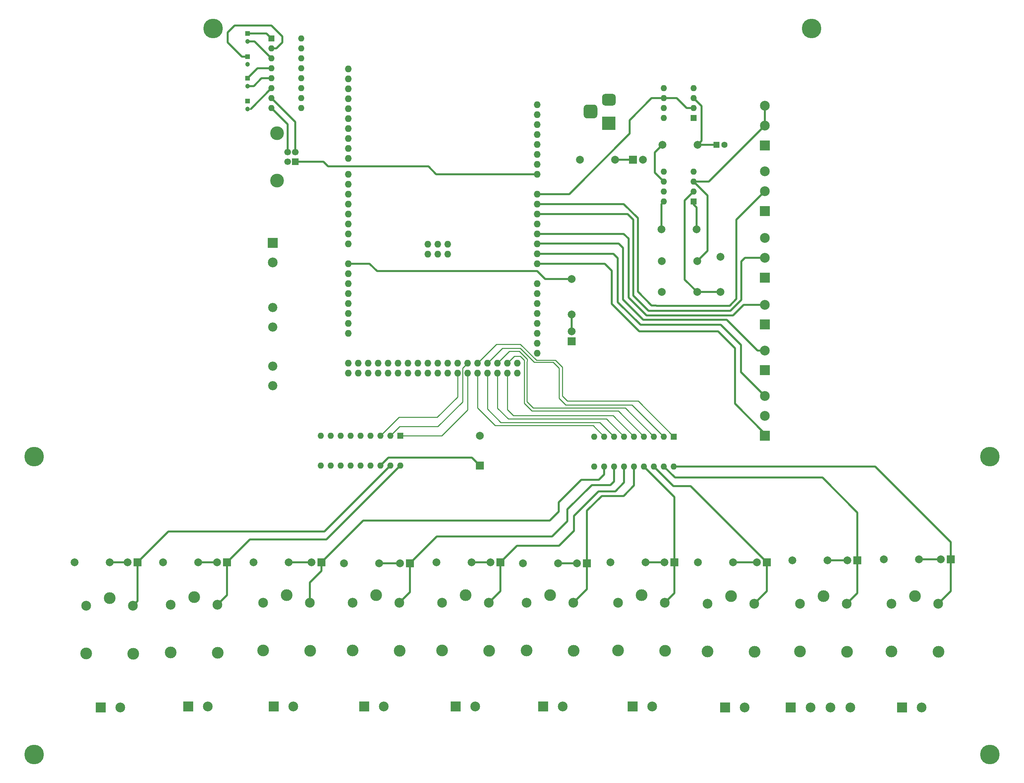
<source format=gbr>
%TF.GenerationSoftware,KiCad,Pcbnew,5.1.10-88a1d61d58~90~ubuntu20.04.1*%
%TF.CreationDate,2022-04-26T09:50:21-05:00*%
%TF.ProjectId,Autoclave_2.0,4175746f-636c-4617-9665-5f322e302e6b,rev?*%
%TF.SameCoordinates,Original*%
%TF.FileFunction,Copper,L1,Top*%
%TF.FilePolarity,Positive*%
%FSLAX46Y46*%
G04 Gerber Fmt 4.6, Leading zero omitted, Abs format (unit mm)*
G04 Created by KiCad (PCBNEW 5.1.10-88a1d61d58~90~ubuntu20.04.1) date 2022-04-26 09:50:21*
%MOMM*%
%LPD*%
G01*
G04 APERTURE LIST*
%TA.AperFunction,ComponentPad*%
%ADD10C,5.000000*%
%TD*%
%TA.AperFunction,ComponentPad*%
%ADD11O,1.727200X1.727200*%
%TD*%
%TA.AperFunction,ComponentPad*%
%ADD12R,3.500000X3.500000*%
%TD*%
%TA.AperFunction,ComponentPad*%
%ADD13R,2.500000X2.500000*%
%TD*%
%TA.AperFunction,ComponentPad*%
%ADD14C,2.500000*%
%TD*%
%TA.AperFunction,ComponentPad*%
%ADD15C,3.000000*%
%TD*%
%TA.AperFunction,ComponentPad*%
%ADD16C,2.000000*%
%TD*%
%TA.AperFunction,ComponentPad*%
%ADD17R,2.000000X2.000000*%
%TD*%
%TA.AperFunction,ComponentPad*%
%ADD18R,1.200000X1.200000*%
%TD*%
%TA.AperFunction,ComponentPad*%
%ADD19C,1.200000*%
%TD*%
%TA.AperFunction,ComponentPad*%
%ADD20C,1.600000*%
%TD*%
%TA.AperFunction,ComponentPad*%
%ADD21R,1.600000X1.600000*%
%TD*%
%TA.AperFunction,ComponentPad*%
%ADD22C,2.350000*%
%TD*%
%TA.AperFunction,ComponentPad*%
%ADD23C,3.500000*%
%TD*%
%TA.AperFunction,ComponentPad*%
%ADD24C,1.700000*%
%TD*%
%TA.AperFunction,ComponentPad*%
%ADD25R,1.700000X1.700000*%
%TD*%
%TA.AperFunction,ComponentPad*%
%ADD26O,1.600000X1.600000*%
%TD*%
%TA.AperFunction,Conductor*%
%ADD27C,0.500000*%
%TD*%
%TA.AperFunction,Conductor*%
%ADD28C,0.250000*%
%TD*%
G04 APERTURE END LIST*
D10*
%TO.P,REF\u002A\u002A,1*%
%TO.N,N/C*%
X272796000Y-89484200D03*
%TD*%
%TO.P,REF\u002A\u002A,1*%
%TO.N,N/C*%
X272796000Y-165658800D03*
%TD*%
D11*
%TO.P,XA1,MISO*%
%TO.N,Net-(XA1-PadMISO)*%
X129159000Y-35255200D03*
%TO.P,XA1,GND6*%
%TO.N,GND*%
X152019000Y-68148200D03*
%TO.P,XA1,GND5*%
X152019000Y-65608200D03*
%TO.P,XA1,D53*%
%TO.N,Net-(Q1-Pad5)*%
X149479000Y-68148200D03*
%TO.P,XA1,D52*%
%TO.N,Net-(Q1-Pad4)*%
X149479000Y-65608200D03*
%TO.P,XA1,D51*%
%TO.N,Net-(Q1-Pad6)*%
X146939000Y-68148200D03*
%TO.P,XA1,D50*%
%TO.N,Net-(Q1-Pad3)*%
X146939000Y-65608200D03*
%TO.P,XA1,D49*%
%TO.N,Net-(Q1-Pad7)*%
X144399000Y-68148200D03*
%TO.P,XA1,D48*%
%TO.N,Net-(Q1-Pad2)*%
X144399000Y-65608200D03*
%TO.P,XA1,D47*%
%TO.N,Net-(Q1-Pad8)*%
X141859000Y-68148200D03*
%TO.P,XA1,D46*%
%TO.N,Net-(Q1-Pad1)*%
X141859000Y-65608200D03*
%TO.P,XA1,D45*%
%TO.N,Net-(Q2-Pad1)*%
X139319000Y-68148200D03*
%TO.P,XA1,D44*%
%TO.N,Net-(Q2-Pad2)*%
X139319000Y-65608200D03*
%TO.P,XA1,D43*%
%TO.N,Net-(Q2-Pad3)*%
X136779000Y-68148200D03*
%TO.P,XA1,D42*%
%TO.N,Net-(XA1-PadD42)*%
X136779000Y-65608200D03*
%TO.P,XA1,D41*%
%TO.N,Net-(XA1-PadD41)*%
X134239000Y-68148200D03*
%TO.P,XA1,D40*%
%TO.N,Net-(XA1-PadD40)*%
X134239000Y-65608200D03*
%TO.P,XA1,D39*%
%TO.N,Net-(XA1-PadD39)*%
X131699000Y-68148200D03*
%TO.P,XA1,D38*%
%TO.N,Net-(XA1-PadD38)*%
X131699000Y-65608200D03*
%TO.P,XA1,D37*%
%TO.N,Net-(XA1-PadD37)*%
X129159000Y-68148200D03*
%TO.P,XA1,D36*%
%TO.N,Net-(XA1-PadD36)*%
X129159000Y-65608200D03*
%TO.P,XA1,D35*%
%TO.N,Net-(XA1-PadD35)*%
X126619000Y-68148200D03*
%TO.P,XA1,D34*%
%TO.N,Net-(XA1-PadD34)*%
X126619000Y-65608200D03*
%TO.P,XA1,D33*%
%TO.N,Net-(XA1-PadD33)*%
X124079000Y-68148200D03*
%TO.P,XA1,D32*%
%TO.N,Net-(XA1-PadD32)*%
X124079000Y-65608200D03*
%TO.P,XA1,D31*%
%TO.N,Net-(XA1-PadD31)*%
X121539000Y-68148200D03*
%TO.P,XA1,D30*%
%TO.N,Net-(XA1-PadD30)*%
X121539000Y-65608200D03*
%TO.P,XA1,D29*%
%TO.N,Net-(XA1-PadD29)*%
X118999000Y-68148200D03*
%TO.P,XA1,D28*%
%TO.N,Net-(XA1-PadD28)*%
X118999000Y-65608200D03*
%TO.P,XA1,D27*%
%TO.N,Net-(XA1-PadD27)*%
X116459000Y-68148200D03*
%TO.P,XA1,D26*%
%TO.N,Net-(XA1-PadD26)*%
X116459000Y-65608200D03*
%TO.P,XA1,D25*%
%TO.N,Net-(XA1-PadD25)*%
X113919000Y-68148200D03*
%TO.P,XA1,D24*%
%TO.N,Net-(XA1-PadD24)*%
X113919000Y-65608200D03*
%TO.P,XA1,D23*%
%TO.N,Net-(XA1-PadD23)*%
X111379000Y-68148200D03*
%TO.P,XA1,D22*%
%TO.N,Net-(XA1-PadD22)*%
X111379000Y-65608200D03*
%TO.P,XA1,5V4*%
%TO.N,+5V*%
X108839000Y-68148200D03*
%TO.P,XA1,5V3*%
X108839000Y-65608200D03*
%TO.P,XA1,A15*%
%TO.N,Net-(XA1-PadA15)*%
X157099000Y-63068200D03*
%TO.P,XA1,A14*%
%TO.N,Net-(XA1-PadA14)*%
X157099000Y-60528200D03*
%TO.P,XA1,A13*%
%TO.N,Net-(XA1-PadA13)*%
X157099000Y-57988200D03*
%TO.P,XA1,A12*%
%TO.N,Net-(XA1-PadA12)*%
X157099000Y-55448200D03*
%TO.P,XA1,A11*%
%TO.N,Net-(XA1-PadA11)*%
X157099000Y-52908200D03*
%TO.P,XA1,A10*%
%TO.N,Net-(XA1-PadA10)*%
X157099000Y-50368200D03*
%TO.P,XA1,A9*%
%TO.N,Net-(XA1-PadA9)*%
X157099000Y-47828200D03*
%TO.P,XA1,A8*%
%TO.N,Net-(XA1-PadA8)*%
X157099000Y-45288200D03*
%TO.P,XA1,A7*%
%TO.N,Net-(Nivel1-Pad1)*%
X157099000Y-40208200D03*
%TO.P,XA1,A6*%
%TO.N,Net-(Nivel1-Pad3)*%
X157099000Y-37668200D03*
%TO.P,XA1,A5*%
%TO.N,Net-(Blanca1-Pad2)*%
X157099000Y-35128200D03*
%TO.P,XA1,A4*%
%TO.N,Net-(Gris1-Pad2)*%
X157099000Y-32588200D03*
%TO.P,XA1,A3*%
%TO.N,Net-(XA1-PadA3)*%
X157099000Y-30048200D03*
%TO.P,XA1,A2*%
%TO.N,Net-(P_EX1-Pad2)*%
X157099000Y-27508200D03*
%TO.P,XA1,A1*%
%TO.N,Net-(P_IN1-Pad2)*%
X157099000Y-24968200D03*
%TO.P,XA1,*%
%TO.N,*%
X157099000Y431800D03*
%TO.P,XA1,D11*%
%TO.N,Net-(XA1-PadD11)*%
X108839000Y-5664200D03*
%TO.P,XA1,D12*%
%TO.N,Net-(XA1-PadD12)*%
X108839000Y-3124200D03*
%TO.P,XA1,D13*%
%TO.N,Net-(XA1-PadD13)*%
X108839000Y-584200D03*
%TO.P,XA1,AREF*%
%TO.N,Net-(XA1-PadAREF)*%
X108839000Y4495800D03*
%TO.P,XA1,SDA*%
%TO.N,Net-(XA1-PadSDA)*%
X108839000Y7035800D03*
%TO.P,XA1,SCL*%
%TO.N,Net-(XA1-PadSCL)*%
X108839000Y9575800D03*
%TO.P,XA1,D10*%
%TO.N,Net-(XA1-PadD10)*%
X108839000Y-8204200D03*
%TO.P,XA1,D9*%
%TO.N,Net-(XA1-PadD9)*%
X108839000Y-10744200D03*
%TO.P,XA1,D8*%
%TO.N,Net-(XA1-PadD8)*%
X108839000Y-13284200D03*
%TO.P,XA1,GND1*%
%TO.N,GND*%
X108839000Y1955800D03*
%TO.P,XA1,D7*%
%TO.N,Net-(XA1-PadD7)*%
X108839000Y-17348200D03*
%TO.P,XA1,D6*%
%TO.N,Net-(XA1-PadD6)*%
X108839000Y-19888200D03*
%TO.P,XA1,D5*%
%TO.N,Net-(XA1-PadD5)*%
X108839000Y-22428200D03*
%TO.P,XA1,D4*%
%TO.N,Net-(XA1-PadD4)*%
X108839000Y-24968200D03*
%TO.P,XA1,D3*%
%TO.N,Net-(XA1-PadD3)*%
X108839000Y-27508200D03*
%TO.P,XA1,D2*%
%TO.N,Net-(XA1-PadD2)*%
X108839000Y-30048200D03*
%TO.P,XA1,D1*%
%TO.N,Net-(XA1-PadD1)*%
X108839000Y-32588200D03*
%TO.P,XA1,D0*%
%TO.N,Net-(XA1-PadD0)*%
X108839000Y-35128200D03*
%TO.P,XA1,D14*%
%TO.N,Net-(R12-Pad2)*%
X108839000Y-40208200D03*
%TO.P,XA1,D15*%
%TO.N,Net-(XA1-PadD15)*%
X108839000Y-42748200D03*
%TO.P,XA1,D16*%
%TO.N,Net-(XA1-PadD16)*%
X108839000Y-45288200D03*
%TO.P,XA1,D17*%
%TO.N,Net-(XA1-PadD17)*%
X108839000Y-47828200D03*
%TO.P,XA1,D18*%
%TO.N,Net-(U3-Pad10)*%
X108839000Y-50368200D03*
%TO.P,XA1,D19*%
%TO.N,Net-(U3-Pad9)*%
X108839000Y-52908200D03*
%TO.P,XA1,D20*%
%TO.N,Net-(XA1-PadD20)*%
X108839000Y-55448200D03*
%TO.P,XA1,D21*%
%TO.N,Net-(XA1-PadD21)*%
X108839000Y-57988200D03*
%TO.P,XA1,IORF*%
%TO.N,Net-(XA1-PadIORF)*%
X157099000Y-2108200D03*
%TO.P,XA1,RST1*%
%TO.N,Net-(XA1-PadRST1)*%
X157099000Y-4648200D03*
%TO.P,XA1,3V3*%
%TO.N,Net-(XA1-Pad3V3)*%
X157099000Y-7188200D03*
%TO.P,XA1,5V1*%
%TO.N,+5V*%
X157099000Y-9728200D03*
%TO.P,XA1,GND2*%
%TO.N,GND*%
X157099000Y-12268200D03*
%TO.P,XA1,GND3*%
X157099000Y-14808200D03*
%TO.P,XA1,VIN*%
%TO.N,+12V*%
X157099000Y-17348200D03*
%TO.P,XA1,A0*%
%TO.N,Net-(U2-Pad2)*%
X157099000Y-22428200D03*
%TO.P,XA1,5V2*%
%TO.N,Net-(XA1-Pad5V2)*%
X129159000Y-37795200D03*
%TO.P,XA1,SCK*%
%TO.N,Net-(XA1-PadSCK)*%
X131699000Y-35255200D03*
%TO.P,XA1,MOSI*%
%TO.N,Net-(XA1-PadMOSI)*%
X131699000Y-37795200D03*
%TO.P,XA1,GND4*%
%TO.N,Net-(XA1-PadGND4)*%
X134239000Y-37795200D03*
%TO.P,XA1,RST2*%
%TO.N,Net-(XA1-PadRST2)*%
X134239000Y-35255200D03*
%TD*%
D10*
%TO.P,REF\u002A\u002A,1*%
%TO.N,N/C*%
X28600400Y-89484200D03*
%TD*%
%TO.P,REF\u002A\u002A,1*%
%TO.N,N/C*%
X28600400Y-165658800D03*
%TD*%
%TO.P,REF\u002A\u002A,1*%
%TO.N,N/C*%
X74320400Y19837400D03*
%TD*%
%TO.P,REF\u002A\u002A,1*%
%TO.N,N/C*%
X227228400Y19888200D03*
%TD*%
D12*
%TO.P,J4,1*%
%TO.N,GND*%
X175437800Y-4343400D03*
%TO.P,J4,2*%
%TO.N,-12V*%
%TA.AperFunction,ComponentPad*%
G36*
G01*
X174437800Y3156600D02*
X176437800Y3156600D01*
G75*
G02*
X177187800Y2406600I0J-750000D01*
G01*
X177187800Y906600D01*
G75*
G02*
X176437800Y156600I-750000J0D01*
G01*
X174437800Y156600D01*
G75*
G02*
X173687800Y906600I0J750000D01*
G01*
X173687800Y2406600D01*
G75*
G02*
X174437800Y3156600I750000J0D01*
G01*
G37*
%TD.AperFunction*%
%TO.P,J4,3*%
%TO.N,N/C*%
%TA.AperFunction,ComponentPad*%
G36*
G01*
X169862800Y406600D02*
X171612800Y406600D01*
G75*
G02*
X172487800Y-468400I0J-875000D01*
G01*
X172487800Y-2218400D01*
G75*
G02*
X171612800Y-3093400I-875000J0D01*
G01*
X169862800Y-3093400D01*
G75*
G02*
X168987800Y-2218400I0J875000D01*
G01*
X168987800Y-468400D01*
G75*
G02*
X169862800Y406600I875000J0D01*
G01*
G37*
%TD.AperFunction*%
%TD*%
D13*
%TO.P,Blanca1,1*%
%TO.N,GND*%
X215290400Y-67437000D03*
D14*
%TO.P,Blanca1,2*%
%TO.N,Net-(Blanca1-Pad2)*%
X215290400Y-62437000D03*
%TD*%
D13*
%TO.P,T_EX1,1*%
%TO.N,GND*%
X215290400Y-10033000D03*
D14*
%TO.P,T_EX1,2*%
%TO.N,Net-(R1.2-Pad2)*%
X215290400Y-4953000D03*
%TO.P,T_EX1,3*%
X215290400Y127000D03*
%TD*%
D13*
%TO.P,P_IN1,1*%
%TO.N,GND*%
X215290400Y-26797000D03*
D14*
%TO.P,P_IN1,2*%
%TO.N,Net-(P_IN1-Pad2)*%
X215290400Y-21717000D03*
%TO.P,P_IN1,3*%
%TO.N,+12V*%
X215290400Y-16637000D03*
%TD*%
D13*
%TO.P,P_EX1,1*%
%TO.N,GND*%
X215290400Y-43815000D03*
D14*
%TO.P,P_EX1,2*%
%TO.N,Net-(P_EX1-Pad2)*%
X215290400Y-38735000D03*
%TO.P,P_EX1,3*%
%TO.N,+12V*%
X215290400Y-33655000D03*
%TD*%
D13*
%TO.P,Nivel1,1*%
%TO.N,Net-(Nivel1-Pad1)*%
X215290400Y-84201000D03*
D14*
%TO.P,Nivel1,2*%
%TO.N,GND*%
X215290400Y-79121000D03*
%TO.P,Nivel1,3*%
%TO.N,Net-(Nivel1-Pad3)*%
X215290400Y-74041000D03*
%TD*%
D13*
%TO.P,J12,1*%
%TO.N,Net-(ENA1-Pad3)*%
X45618400Y-153619200D03*
D14*
%TO.P,J12,2*%
%TO.N,NEUT*%
X50618400Y-153619200D03*
%TD*%
D13*
%TO.P,J11,1*%
%TO.N,Net-(J11-Pad1)*%
X67970400Y-153365200D03*
D14*
%TO.P,J11,2*%
%TO.N,NEUT*%
X72970400Y-153365200D03*
%TD*%
D13*
%TO.P,J10,1*%
%TO.N,Net-(ESL1-Pad3)*%
X250342400Y-153619200D03*
D14*
%TO.P,J10,2*%
%TO.N,NEUT*%
X255342400Y-153619200D03*
%TD*%
D13*
%TO.P,J9,1*%
%TO.N,Net-(ESR1-Pad3)*%
X89814400Y-153365200D03*
D14*
%TO.P,J9,2*%
%TO.N,NEUT*%
X94814400Y-153365200D03*
%TD*%
D13*
%TO.P,J8,1*%
%TO.N,Net-(EM1-Pad3)*%
X221894400Y-153619200D03*
D14*
%TO.P,J8,2*%
%TO.N,NEUT*%
X226974400Y-153619200D03*
%TO.P,J8,3*%
X232054400Y-153619200D03*
%TO.P,J8,4*%
%TO.N,Net-(EM1-Pad4)*%
X237134400Y-153619200D03*
%TD*%
D13*
%TO.P,J7,1*%
%TO.N,Net-(EST1-Pad3)*%
X112928400Y-153365200D03*
D14*
%TO.P,J7,2*%
%TO.N,NEUT*%
X117928400Y-153365200D03*
%TD*%
D13*
%TO.P,J6,1*%
%TO.N,Net-(CNT1-Pad3)*%
X205130400Y-153619200D03*
D14*
%TO.P,J6,2*%
%TO.N,NEUT*%
X210130400Y-153619200D03*
%TD*%
D13*
%TO.P,J5,1*%
%TO.N,Net-(BMB1-Pad3)*%
X136296400Y-153365200D03*
D14*
%TO.P,J5,2*%
%TO.N,NEUT*%
X141296400Y-153365200D03*
%TD*%
D13*
%TO.P,J3,1*%
%TO.N,Net-(J3-Pad1)*%
X181508400Y-153365200D03*
D14*
%TO.P,J3,2*%
%TO.N,NEUT*%
X186508400Y-153365200D03*
%TD*%
D13*
%TO.P,J2,1*%
%TO.N,Net-(J2-Pad1)*%
X158648400Y-153365200D03*
D14*
%TO.P,J2,2*%
%TO.N,NEUT*%
X163648400Y-153365200D03*
%TD*%
D13*
%TO.P,J1,1*%
%TO.N,Net-(F1-Pad1)*%
X89535000Y-34874200D03*
D14*
%TO.P,J1,2*%
%TO.N,NEUT*%
X89535000Y-39874200D03*
%TD*%
D13*
%TO.P,Gris1,1*%
%TO.N,GND*%
X215290400Y-55753000D03*
D14*
%TO.P,Gris1,2*%
%TO.N,Net-(Gris1-Pad2)*%
X215290400Y-50753000D03*
%TD*%
%TO.P,BMB1,2*%
%TO.N,+12V*%
X132786400Y-126867200D03*
D15*
%TO.P,BMB1,3*%
%TO.N,Net-(BMB1-Pad3)*%
X132786400Y-139067200D03*
%TO.P,BMB1,4*%
%TO.N,Net-(BMB1-Pad4)*%
X144836400Y-139117200D03*
D14*
%TO.P,BMB1,5*%
%TO.N,Net-(BMB1-Pad5)*%
X144786400Y-126867200D03*
D15*
%TO.P,BMB1,1*%
%TO.N,LINE*%
X138836400Y-124917200D03*
%TD*%
D16*
%TO.P,Buzzer1,2*%
%TO.N,+12V*%
X142494000Y-84195600D03*
D17*
%TO.P,Buzzer1,1*%
%TO.N,Net-(Buzzer1-Pad1)*%
X142494000Y-91795600D03*
%TD*%
D18*
%TO.P,C1,1*%
%TO.N,Net-(C1-Pad1)*%
X83134200Y7137400D03*
D19*
%TO.P,C1,2*%
%TO.N,Net-(C1-Pad2)*%
X83134200Y5137400D03*
%TD*%
%TO.P,C2,2*%
%TO.N,Net-(C2-Pad2)*%
X83134200Y-704600D03*
D18*
%TO.P,C2,1*%
%TO.N,GND*%
X83134200Y1295400D03*
%TD*%
%TO.P,C3,1*%
%TO.N,Net-(C3-Pad1)*%
X83134200Y12693400D03*
D19*
%TO.P,C3,2*%
%TO.N,GND*%
X83134200Y10693400D03*
%TD*%
%TO.P,C4,2*%
%TO.N,Net-(C4-Pad2)*%
X83134200Y16567400D03*
D18*
%TO.P,C4,1*%
%TO.N,Net-(C4-Pad1)*%
X83134200Y18567400D03*
%TD*%
D20*
%TO.P,Cf1,2*%
%TO.N,GND*%
X204946000Y-9880600D03*
D21*
%TO.P,Cf1,1*%
%TO.N,Net-(Cf1-Pad1)*%
X202946000Y-9880600D03*
%TD*%
D14*
%TO.P,CNT1,2*%
%TO.N,+12V*%
X200604400Y-127121200D03*
D15*
%TO.P,CNT1,3*%
%TO.N,Net-(CNT1-Pad3)*%
X200604400Y-139321200D03*
%TO.P,CNT1,4*%
%TO.N,Net-(CNT1-Pad4)*%
X212654400Y-139371200D03*
D14*
%TO.P,CNT1,5*%
%TO.N,Net-(CNT1-Pad5)*%
X212604400Y-127121200D03*
D15*
%TO.P,CNT1,1*%
%TO.N,LINE*%
X206654400Y-125171200D03*
%TD*%
D17*
%TO.P,D1,1*%
%TO.N,Net-(D1-Pad1)*%
X169824400Y-116789200D03*
D16*
%TO.P,D1,2*%
%TO.N,Net-(D1-Pad2)*%
X167284400Y-116789200D03*
%TD*%
%TO.P,D2,2*%
%TO.N,Net-(D2-Pad2)*%
X189636400Y-116535200D03*
D17*
%TO.P,D2,1*%
%TO.N,Net-(D2-Pad1)*%
X192176400Y-116535200D03*
%TD*%
D16*
%TO.P,D3,2*%
%TO.N,GND*%
X184150000Y-13690600D03*
D17*
%TO.P,D3,1*%
%TO.N,Net-(D3-Pad1)*%
X181610000Y-13690600D03*
%TD*%
%TO.P,D4,1*%
%TO.N,Net-(BMB1-Pad5)*%
X147726400Y-116535200D03*
D16*
%TO.P,D4,2*%
%TO.N,Net-(D4-Pad2)*%
X145186400Y-116535200D03*
%TD*%
%TO.P,D5,2*%
%TO.N,Net-(D5-Pad2)*%
X213258400Y-116535200D03*
D17*
%TO.P,D5,1*%
%TO.N,Net-(CNT1-Pad5)*%
X215798400Y-116535200D03*
%TD*%
%TO.P,D6,1*%
%TO.N,Net-(D6-Pad1)*%
X124612400Y-116789200D03*
D16*
%TO.P,D6,2*%
%TO.N,Net-(D6-Pad2)*%
X122072400Y-116789200D03*
%TD*%
%TO.P,D7,2*%
%TO.N,Net-(D7-Pad2)*%
X236372400Y-116027200D03*
D17*
%TO.P,D7,1*%
%TO.N,Net-(D7-Pad1)*%
X238912400Y-116027200D03*
%TD*%
%TO.P,D8,1*%
%TO.N,Net-(D8-Pad1)*%
X102006400Y-116535200D03*
D16*
%TO.P,D8,2*%
%TO.N,Net-(D8-Pad2)*%
X99466400Y-116535200D03*
%TD*%
%TO.P,D9,2*%
%TO.N,Net-(D9-Pad2)*%
X260248400Y-115773200D03*
D17*
%TO.P,D9,1*%
%TO.N,Net-(D9-Pad1)*%
X262788400Y-115773200D03*
%TD*%
%TO.P,D10,1*%
%TO.N,Net-(D10-Pad1)*%
X77876400Y-116535200D03*
D16*
%TO.P,D10,2*%
%TO.N,Net-(D10-Pad2)*%
X75336400Y-116535200D03*
%TD*%
%TO.P,D11,2*%
%TO.N,Net-(D11-Pad2)*%
X52476400Y-116535200D03*
D17*
%TO.P,D11,1*%
%TO.N,Net-(D11-Pad1)*%
X55016400Y-116535200D03*
%TD*%
%TO.P,D12,1*%
%TO.N,GND*%
X165912800Y-60020200D03*
D16*
%TO.P,D12,2*%
%TO.N,Net-(D12-Pad2)*%
X165912800Y-57480200D03*
%TD*%
D15*
%TO.P,EM1,1*%
%TO.N,LINE*%
X230276400Y-125171200D03*
D14*
%TO.P,EM1,5*%
%TO.N,Net-(D7-Pad1)*%
X236226400Y-127121200D03*
D15*
%TO.P,EM1,4*%
%TO.N,Net-(EM1-Pad4)*%
X236276400Y-139371200D03*
%TO.P,EM1,3*%
%TO.N,Net-(EM1-Pad3)*%
X224226400Y-139321200D03*
D14*
%TO.P,EM1,2*%
%TO.N,+12V*%
X224226400Y-127121200D03*
%TD*%
D15*
%TO.P,ENA1,1*%
%TO.N,LINE*%
X47904400Y-125679200D03*
D14*
%TO.P,ENA1,5*%
%TO.N,Net-(D11-Pad1)*%
X53854400Y-127629200D03*
D15*
%TO.P,ENA1,4*%
%TO.N,Net-(ENA1-Pad4)*%
X53904400Y-139879200D03*
%TO.P,ENA1,3*%
%TO.N,Net-(ENA1-Pad3)*%
X41854400Y-139829200D03*
D14*
%TO.P,ENA1,2*%
%TO.N,+12V*%
X41854400Y-127629200D03*
%TD*%
D15*
%TO.P,ESL1,1*%
%TO.N,LINE*%
X253644400Y-125171200D03*
D14*
%TO.P,ESL1,5*%
%TO.N,Net-(D9-Pad1)*%
X259594400Y-127121200D03*
D15*
%TO.P,ESL1,4*%
%TO.N,Net-(ESL1-Pad4)*%
X259644400Y-139371200D03*
%TO.P,ESL1,3*%
%TO.N,Net-(ESL1-Pad3)*%
X247594400Y-139321200D03*
D14*
%TO.P,ESL1,2*%
%TO.N,+12V*%
X247594400Y-127121200D03*
%TD*%
%TO.P,ESR1,2*%
%TO.N,+12V*%
X87066400Y-126867200D03*
D15*
%TO.P,ESR1,3*%
%TO.N,Net-(ESR1-Pad3)*%
X87066400Y-139067200D03*
%TO.P,ESR1,4*%
%TO.N,Net-(ESR1-Pad4)*%
X99116400Y-139117200D03*
D14*
%TO.P,ESR1,5*%
%TO.N,Net-(D8-Pad1)*%
X99066400Y-126867200D03*
D15*
%TO.P,ESR1,1*%
%TO.N,LINE*%
X93116400Y-124917200D03*
%TD*%
%TO.P,EST1,1*%
%TO.N,LINE*%
X115976400Y-124917200D03*
D14*
%TO.P,EST1,5*%
%TO.N,Net-(D6-Pad1)*%
X121926400Y-126867200D03*
D15*
%TO.P,EST1,4*%
%TO.N,Net-(EST1-Pad4)*%
X121976400Y-139117200D03*
%TO.P,EST1,3*%
%TO.N,Net-(EST1-Pad3)*%
X109926400Y-139067200D03*
D14*
%TO.P,EST1,2*%
%TO.N,+12V*%
X109926400Y-126867200D03*
%TD*%
D22*
%TO.P,F1,1*%
%TO.N,Net-(F1-Pad1)*%
X89535000Y-51384200D03*
X89535000Y-56384200D03*
%TO.P,F1,2*%
%TO.N,LINE*%
X89535000Y-71384200D03*
X89535000Y-66384200D03*
%TD*%
D23*
%TO.P,J13,5*%
%TO.N,Net-(J13-Pad5)*%
X90616200Y-6928600D03*
X90616200Y-18968600D03*
D24*
%TO.P,J13,4*%
%TO.N,GND*%
X93326200Y-14198600D03*
%TO.P,J13,3*%
%TO.N,Net-(J13-Pad3)*%
X93326200Y-11698600D03*
%TO.P,J13,2*%
%TO.N,Net-(J13-Pad2)*%
X95326200Y-11698600D03*
D25*
%TO.P,J13,1*%
%TO.N,+12V*%
X95326200Y-14198600D03*
%TD*%
D15*
%TO.P,MP1,1*%
%TO.N,LINE*%
X183794400Y-124917200D03*
D14*
%TO.P,MP1,5*%
%TO.N,Net-(D2-Pad1)*%
X189744400Y-126867200D03*
D15*
%TO.P,MP1,4*%
%TO.N,Net-(MP1-Pad4)*%
X189794400Y-139117200D03*
%TO.P,MP1,3*%
%TO.N,Net-(J3-Pad1)*%
X177744400Y-139067200D03*
D14*
%TO.P,MP1,2*%
%TO.N,+12V*%
X177744400Y-126867200D03*
%TD*%
D21*
%TO.P,Q1,1*%
%TO.N,Net-(Q1-Pad1)*%
X192024000Y-84429600D03*
D26*
%TO.P,Q1,10*%
%TO.N,+12V*%
X171704000Y-92049600D03*
%TO.P,Q1,2*%
%TO.N,Net-(Q1-Pad2)*%
X189484000Y-84429600D03*
%TO.P,Q1,11*%
%TO.N,Net-(D8-Pad1)*%
X174244000Y-92049600D03*
%TO.P,Q1,3*%
%TO.N,Net-(Q1-Pad3)*%
X186944000Y-84429600D03*
%TO.P,Q1,12*%
%TO.N,Net-(D6-Pad1)*%
X176784000Y-92049600D03*
%TO.P,Q1,4*%
%TO.N,Net-(Q1-Pad4)*%
X184404000Y-84429600D03*
%TO.P,Q1,13*%
%TO.N,Net-(BMB1-Pad5)*%
X179324000Y-92049600D03*
%TO.P,Q1,5*%
%TO.N,Net-(Q1-Pad5)*%
X181864000Y-84429600D03*
%TO.P,Q1,14*%
%TO.N,Net-(D1-Pad1)*%
X181864000Y-92049600D03*
%TO.P,Q1,6*%
%TO.N,Net-(Q1-Pad6)*%
X179324000Y-84429600D03*
%TO.P,Q1,15*%
%TO.N,Net-(D2-Pad1)*%
X184404000Y-92049600D03*
%TO.P,Q1,7*%
%TO.N,Net-(Q1-Pad7)*%
X176784000Y-84429600D03*
%TO.P,Q1,16*%
%TO.N,Net-(CNT1-Pad5)*%
X186944000Y-92049600D03*
%TO.P,Q1,8*%
%TO.N,Net-(Q1-Pad8)*%
X174244000Y-84429600D03*
%TO.P,Q1,17*%
%TO.N,Net-(D7-Pad1)*%
X189484000Y-92049600D03*
%TO.P,Q1,9*%
%TO.N,GND*%
X171704000Y-84429600D03*
%TO.P,Q1,18*%
%TO.N,Net-(D9-Pad1)*%
X192024000Y-92049600D03*
%TD*%
%TO.P,Q2,18*%
%TO.N,Net-(D10-Pad1)*%
X122174000Y-91795600D03*
%TO.P,Q2,9*%
%TO.N,GND*%
X101854000Y-84175600D03*
%TO.P,Q2,17*%
%TO.N,Net-(D11-Pad1)*%
X119634000Y-91795600D03*
%TO.P,Q2,8*%
%TO.N,Net-(Q2-Pad8)*%
X104394000Y-84175600D03*
%TO.P,Q2,16*%
%TO.N,Net-(Buzzer1-Pad1)*%
X117094000Y-91795600D03*
%TO.P,Q2,7*%
%TO.N,Net-(Q2-Pad7)*%
X106934000Y-84175600D03*
%TO.P,Q2,15*%
%TO.N,Net-(Q2-Pad15)*%
X114554000Y-91795600D03*
%TO.P,Q2,6*%
%TO.N,Net-(Q2-Pad6)*%
X109474000Y-84175600D03*
%TO.P,Q2,14*%
%TO.N,Net-(Q2-Pad14)*%
X112014000Y-91795600D03*
%TO.P,Q2,5*%
%TO.N,Net-(Q2-Pad5)*%
X112014000Y-84175600D03*
%TO.P,Q2,13*%
%TO.N,Net-(Q2-Pad13)*%
X109474000Y-91795600D03*
%TO.P,Q2,4*%
%TO.N,Net-(Q2-Pad4)*%
X114554000Y-84175600D03*
%TO.P,Q2,12*%
%TO.N,Net-(Q2-Pad12)*%
X106934000Y-91795600D03*
%TO.P,Q2,3*%
%TO.N,Net-(Q2-Pad3)*%
X117094000Y-84175600D03*
%TO.P,Q2,11*%
%TO.N,Net-(Q2-Pad11)*%
X104394000Y-91795600D03*
%TO.P,Q2,2*%
%TO.N,Net-(Q2-Pad2)*%
X119634000Y-84175600D03*
%TO.P,Q2,10*%
%TO.N,+12V*%
X101854000Y-91795600D03*
D21*
%TO.P,Q2,1*%
%TO.N,Net-(Q2-Pad1)*%
X122174000Y-84175600D03*
%TD*%
D16*
%TO.P,R1,2*%
%TO.N,+12V*%
X153458400Y-116789200D03*
%TO.P,R1,1*%
%TO.N,Net-(D1-Pad2)*%
X162458400Y-116789200D03*
%TD*%
%TO.P,R1.1,1*%
%TO.N,+12V*%
X188976000Y-47472600D03*
%TO.P,R1.1,2*%
%TO.N,Net-(R1.1-Pad2)*%
X197976000Y-47472600D03*
%TD*%
%TO.P,R1.2,1*%
%TO.N,+12V*%
X188976000Y-39598600D03*
%TO.P,R1.2,2*%
%TO.N,Net-(R1.2-Pad2)*%
X197976000Y-39598600D03*
%TD*%
%TO.P,R2,1*%
%TO.N,Net-(D2-Pad2)*%
X184810400Y-116535200D03*
%TO.P,R2,2*%
%TO.N,+12V*%
X175810400Y-116535200D03*
%TD*%
%TO.P,R3,1*%
%TO.N,Net-(D3-Pad1)*%
X177038000Y-13690600D03*
%TO.P,R3,2*%
%TO.N,-12V*%
X168038000Y-13690600D03*
%TD*%
%TO.P,R4,1*%
%TO.N,Net-(D4-Pad2)*%
X140360400Y-116535200D03*
%TO.P,R4,2*%
%TO.N,+12V*%
X131360400Y-116535200D03*
%TD*%
%TO.P,R5,2*%
%TO.N,+12V*%
X198162400Y-116535200D03*
%TO.P,R5,1*%
%TO.N,Net-(D5-Pad2)*%
X207162400Y-116535200D03*
%TD*%
%TO.P,R6,1*%
%TO.N,Net-(D6-Pad2)*%
X116738400Y-116789200D03*
%TO.P,R6,2*%
%TO.N,+12V*%
X107738400Y-116789200D03*
%TD*%
%TO.P,R7,2*%
%TO.N,+12V*%
X222292400Y-116027200D03*
%TO.P,R7,1*%
%TO.N,Net-(D7-Pad2)*%
X231292400Y-116027200D03*
%TD*%
%TO.P,R8,2*%
%TO.N,+12V*%
X84624400Y-116535200D03*
%TO.P,R8,1*%
%TO.N,Net-(D8-Pad2)*%
X93624400Y-116535200D03*
%TD*%
%TO.P,R9,1*%
%TO.N,Net-(D9-Pad2)*%
X254660400Y-115773200D03*
%TO.P,R9,2*%
%TO.N,+12V*%
X245660400Y-115773200D03*
%TD*%
%TO.P,R10,2*%
%TO.N,+12V*%
X61510400Y-116535200D03*
%TO.P,R10,1*%
%TO.N,Net-(D10-Pad2)*%
X70510400Y-116535200D03*
%TD*%
%TO.P,R11,2*%
%TO.N,+12V*%
X38904400Y-116535200D03*
%TO.P,R11,1*%
%TO.N,Net-(D11-Pad2)*%
X47904400Y-116535200D03*
%TD*%
%TO.P,R12,2*%
%TO.N,Net-(R12-Pad2)*%
X165912800Y-44162200D03*
%TO.P,R12,1*%
%TO.N,Net-(D12-Pad2)*%
X165912800Y-53162200D03*
%TD*%
%TO.P,Rb1,2*%
%TO.N,GND*%
X203962000Y-38472600D03*
%TO.P,Rb1,1*%
%TO.N,Net-(R1.1-Pad2)*%
X203962000Y-47472600D03*
%TD*%
%TO.P,Rf1,1*%
%TO.N,Net-(Cf1-Pad1)*%
X198120000Y-9880600D03*
%TO.P,Rf1,2*%
%TO.N,Net-(Rf1-Pad2)*%
X189120000Y-9880600D03*
%TD*%
%TO.P,Rg1,2*%
%TO.N,Net-(Rg1-Pad2)*%
X188866000Y-31470600D03*
%TO.P,Rg1,1*%
%TO.N,Net-(Rg1-Pad1)*%
X197866000Y-31470600D03*
%TD*%
D14*
%TO.P,SEC1,2*%
%TO.N,+12V*%
X63444400Y-127375200D03*
D15*
%TO.P,SEC1,3*%
%TO.N,Net-(J11-Pad1)*%
X63444400Y-139575200D03*
%TO.P,SEC1,4*%
%TO.N,Net-(SEC1-Pad4)*%
X75494400Y-139625200D03*
D14*
%TO.P,SEC1,5*%
%TO.N,Net-(D10-Pad1)*%
X75444400Y-127375200D03*
D15*
%TO.P,SEC1,1*%
%TO.N,LINE*%
X69494400Y-125425200D03*
%TD*%
D14*
%TO.P,SP1,2*%
%TO.N,+12V*%
X154376400Y-126867200D03*
D15*
%TO.P,SP1,3*%
%TO.N,Net-(J2-Pad1)*%
X154376400Y-139067200D03*
%TO.P,SP1,4*%
%TO.N,Net-(SP1-Pad4)*%
X166426400Y-139117200D03*
D14*
%TO.P,SP1,5*%
%TO.N,Net-(D1-Pad1)*%
X166376400Y-126867200D03*
D15*
%TO.P,SP1,1*%
%TO.N,LINE*%
X160426400Y-124917200D03*
%TD*%
D21*
%TO.P,U1,1*%
%TO.N,Net-(Rg1-Pad1)*%
X197104000Y-24358600D03*
D26*
%TO.P,U1,5*%
%TO.N,GND*%
X189484000Y-16738600D03*
%TO.P,U1,2*%
%TO.N,Net-(R1.1-Pad2)*%
X197104000Y-21818600D03*
%TO.P,U1,6*%
%TO.N,Net-(Rf1-Pad2)*%
X189484000Y-19278600D03*
%TO.P,U1,3*%
%TO.N,Net-(R1.2-Pad2)*%
X197104000Y-19278600D03*
%TO.P,U1,7*%
%TO.N,+12V*%
X189484000Y-21818600D03*
%TO.P,U1,4*%
%TO.N,-12V*%
X197104000Y-16738600D03*
%TO.P,U1,8*%
%TO.N,Net-(Rg1-Pad2)*%
X189484000Y-24358600D03*
%TD*%
%TO.P,U2,8*%
%TO.N,Net-(U2-Pad8)*%
X189484000Y-3022600D03*
%TO.P,U2,4*%
%TO.N,-12V*%
X197104000Y4597400D03*
%TO.P,U2,7*%
%TO.N,+12V*%
X189484000Y-482600D03*
%TO.P,U2,3*%
%TO.N,Net-(Cf1-Pad1)*%
X197104000Y2057400D03*
%TO.P,U2,6*%
%TO.N,Net-(U2-Pad2)*%
X189484000Y2057400D03*
%TO.P,U2,2*%
X197104000Y-482600D03*
%TO.P,U2,5*%
%TO.N,Net-(U2-Pad5)*%
X189484000Y4597400D03*
D21*
%TO.P,U2,1*%
%TO.N,Net-(U2-Pad1)*%
X197104000Y-3022600D03*
%TD*%
D26*
%TO.P,U3,16*%
%TO.N,+5V*%
X96850200Y17297400D03*
%TO.P,U3,8*%
%TO.N,Net-(J13-Pad3)*%
X89230200Y-482600D03*
%TO.P,U3,15*%
%TO.N,GND*%
X96850200Y14757400D03*
%TO.P,U3,7*%
%TO.N,Net-(J13-Pad2)*%
X89230200Y2057400D03*
%TO.P,U3,14*%
%TO.N,Net-(U3-Pad14)*%
X96850200Y12217400D03*
%TO.P,U3,6*%
%TO.N,Net-(C2-Pad2)*%
X89230200Y4597400D03*
%TO.P,U3,13*%
%TO.N,Net-(U3-Pad13)*%
X96850200Y9677400D03*
%TO.P,U3,5*%
%TO.N,Net-(C1-Pad2)*%
X89230200Y7137400D03*
%TO.P,U3,12*%
%TO.N,Net-(U3-Pad12)*%
X96850200Y7137400D03*
%TO.P,U3,4*%
%TO.N,Net-(C1-Pad1)*%
X89230200Y9677400D03*
%TO.P,U3,11*%
%TO.N,Net-(U3-Pad11)*%
X96850200Y4597400D03*
%TO.P,U3,3*%
%TO.N,Net-(C4-Pad2)*%
X89230200Y12217400D03*
%TO.P,U3,10*%
%TO.N,Net-(U3-Pad10)*%
X96850200Y2057400D03*
%TO.P,U3,2*%
%TO.N,Net-(C3-Pad1)*%
X89230200Y14757400D03*
%TO.P,U3,9*%
%TO.N,Net-(U3-Pad9)*%
X96850200Y-482600D03*
D21*
%TO.P,U3,1*%
%TO.N,Net-(C4-Pad1)*%
X89230200Y17297400D03*
%TD*%
D27*
%TO.N,Net-(Blanca1-Pad2)*%
X215290400Y-62437000D02*
X213414600Y-62437000D01*
X213414600Y-62437000D02*
X205536800Y-54559200D01*
X205536800Y-54559200D02*
X184175400Y-54559200D01*
X184175400Y-54559200D02*
X179044600Y-49428400D01*
X179044600Y-49428400D02*
X179044600Y-36195000D01*
X179044600Y-36195000D02*
X177952400Y-35102800D01*
X157124400Y-35102800D02*
X157099000Y-35128200D01*
X177952400Y-35102800D02*
X157124400Y-35102800D01*
%TO.N,Net-(BMB1-Pad5)*%
X147726400Y-123927200D02*
X144786400Y-126867200D01*
X147726400Y-116535200D02*
X147726400Y-123927200D01*
X179324000Y-92049600D02*
X179324000Y-96139000D01*
X179324000Y-96139000D02*
X177063400Y-98399600D01*
X177063400Y-98399600D02*
X172796200Y-98399600D01*
X172796200Y-98399600D02*
X166522400Y-104673400D01*
X166522400Y-104673400D02*
X166522400Y-108458000D01*
X166522400Y-108458000D02*
X162687000Y-112293400D01*
X151968200Y-112293400D02*
X147726400Y-116535200D01*
X162687000Y-112293400D02*
X151968200Y-112293400D01*
%TO.N,+12V*%
X95326200Y-14198600D02*
X102489000Y-14198600D01*
X102489000Y-14198600D02*
X103682800Y-15392400D01*
X103682800Y-15392400D02*
X129311400Y-15392400D01*
X131267200Y-17348200D02*
X157099000Y-17348200D01*
X129311400Y-15392400D02*
X131267200Y-17348200D01*
%TO.N,Net-(Buzzer1-Pad1)*%
X117094000Y-91795600D02*
X119126000Y-89763600D01*
X140462000Y-89763600D02*
X142494000Y-91795600D01*
X119126000Y-89763600D02*
X140462000Y-89763600D01*
%TO.N,Net-(C1-Pad2)*%
X89230200Y7137400D02*
X86690200Y7137400D01*
X84690200Y5137400D02*
X83134200Y5137400D01*
X86690200Y7137400D02*
X84690200Y5137400D01*
%TO.N,Net-(C1-Pad1)*%
X85674200Y9677400D02*
X83134200Y7137400D01*
X89230200Y9677400D02*
X85674200Y9677400D01*
D28*
%TO.N,Net-(C2-Pad2)*%
X83928200Y-704600D02*
X83134200Y-704600D01*
D27*
X89230200Y4597400D02*
X83928200Y-704600D01*
%TO.N,Net-(C3-Pad1)*%
X89230200Y14757400D02*
X90500200Y14757400D01*
X90500200Y14757400D02*
X92024200Y16281400D01*
X92024200Y16281400D02*
X92024200Y17805400D01*
X92024200Y17805400D02*
X89230200Y20599400D01*
X89230200Y20599400D02*
X79832200Y20599400D01*
X79832200Y20599400D02*
X78054200Y18821400D01*
X78054200Y18821400D02*
X78054200Y16281400D01*
X81642200Y12693400D02*
X83134200Y12693400D01*
X78054200Y16281400D02*
X81642200Y12693400D01*
%TO.N,Net-(C4-Pad1)*%
X87960200Y18567400D02*
X89230200Y17297400D01*
X83134200Y18567400D02*
X87960200Y18567400D01*
%TO.N,Net-(C4-Pad2)*%
X84880200Y16567400D02*
X89230200Y12217400D01*
X83134200Y16567400D02*
X84880200Y16567400D01*
%TO.N,Net-(Cf1-Pad1)*%
X202946000Y-9880600D02*
X198120000Y-9880600D01*
X199119999Y-8880601D02*
X198120000Y-9880600D01*
X199119999Y41401D02*
X199119999Y-8880601D01*
X197104000Y2057400D02*
X199119999Y41401D01*
%TO.N,Net-(CNT1-Pad5)*%
X215798400Y-123927200D02*
X212604400Y-127121200D01*
X215798400Y-116535200D02*
X215798400Y-123927200D01*
X186944000Y-92049600D02*
X191947800Y-97053400D01*
X196316600Y-97053400D02*
X198742300Y-99479100D01*
X191947800Y-97053400D02*
X196316600Y-97053400D01*
X198742300Y-99479100D02*
X198526400Y-99263200D01*
X215798400Y-116535200D02*
X198742300Y-99479100D01*
%TO.N,Net-(D1-Pad2)*%
X167284400Y-116789200D02*
X162458400Y-116789200D01*
%TO.N,Net-(D1-Pad1)*%
X169824400Y-123419200D02*
X166376400Y-126867200D01*
X169824400Y-116789200D02*
X169824400Y-123419200D01*
X181864000Y-96901000D02*
X181864000Y-92049600D01*
X179197000Y-99568000D02*
X181864000Y-96901000D01*
X169824400Y-103327200D02*
X173583600Y-99568000D01*
X173583600Y-99568000D02*
X179197000Y-99568000D01*
X169824400Y-116789200D02*
X169824400Y-103327200D01*
%TO.N,Net-(D2-Pad1)*%
X192176400Y-124435200D02*
X189744400Y-126867200D01*
X192176400Y-116535200D02*
X192176400Y-124435200D01*
X192176400Y-99822000D02*
X184404000Y-92049600D01*
X192176400Y-116535200D02*
X192176400Y-99822000D01*
%TO.N,Net-(D2-Pad2)*%
X189636400Y-116535200D02*
X184810400Y-116535200D01*
%TO.N,Net-(D3-Pad1)*%
X181610000Y-13690600D02*
X177038000Y-13690600D01*
%TO.N,Net-(D4-Pad2)*%
X145186400Y-116535200D02*
X140360400Y-116535200D01*
%TO.N,Net-(D5-Pad2)*%
X213258400Y-116535200D02*
X207162400Y-116535200D01*
%TO.N,Net-(D6-Pad2)*%
X122072400Y-116789200D02*
X116738400Y-116789200D01*
%TO.N,Net-(D6-Pad1)*%
X124612400Y-124181200D02*
X121926400Y-126867200D01*
X124612400Y-116789200D02*
X124612400Y-124181200D01*
X131470400Y-109931200D02*
X124612400Y-116789200D01*
X160883600Y-109931200D02*
X131470400Y-109931200D01*
X164820600Y-102997000D02*
X164820600Y-105994200D01*
X171043600Y-96774000D02*
X164820600Y-102997000D01*
X175844200Y-96774000D02*
X171043600Y-96774000D01*
X176784000Y-95834200D02*
X175844200Y-96774000D01*
X164820600Y-105994200D02*
X160883600Y-109931200D01*
X176784000Y-92049600D02*
X176784000Y-95834200D01*
%TO.N,Net-(D7-Pad1)*%
X238912400Y-124435200D02*
X236226400Y-127121200D01*
X238912400Y-116027200D02*
X238912400Y-124435200D01*
X238912400Y-103835200D02*
X238912400Y-116027200D01*
X192328800Y-94894400D02*
X229971600Y-94894400D01*
X229971600Y-94894400D02*
X238912400Y-103835200D01*
X189484000Y-92049600D02*
X192328800Y-94894400D01*
%TO.N,Net-(D7-Pad2)*%
X236372400Y-116027200D02*
X231292400Y-116027200D01*
%TO.N,Net-(D8-Pad2)*%
X93624400Y-116535200D02*
X99466400Y-116535200D01*
%TO.N,Net-(D8-Pad1)*%
X99066400Y-121668202D02*
X99066400Y-126867200D01*
X102006400Y-118728202D02*
X99066400Y-121668202D01*
X102006400Y-116535200D02*
X102006400Y-118728202D01*
X112674400Y-105867200D02*
X102006400Y-116535200D01*
X160350200Y-105867200D02*
X112674400Y-105867200D01*
X162610800Y-101168200D02*
X162610800Y-103606600D01*
X168351200Y-95427800D02*
X162610800Y-101168200D01*
X162610800Y-103606600D02*
X160350200Y-105867200D01*
X172897800Y-95427800D02*
X168351200Y-95427800D01*
X174244000Y-94081600D02*
X172897800Y-95427800D01*
X174244000Y-92049600D02*
X174244000Y-94081600D01*
%TO.N,Net-(D9-Pad1)*%
X262788400Y-123927200D02*
X259594400Y-127121200D01*
X262788400Y-115773200D02*
X262788400Y-123927200D01*
X192024000Y-92049600D02*
X243433600Y-92049600D01*
X262788400Y-111404400D02*
X262788400Y-115773200D01*
X243433600Y-92049600D02*
X262788400Y-111404400D01*
%TO.N,Net-(D9-Pad2)*%
X260248400Y-115773200D02*
X254660400Y-115773200D01*
%TO.N,Net-(D10-Pad2)*%
X75336400Y-116535200D02*
X70510400Y-116535200D01*
%TO.N,Net-(D10-Pad1)*%
X77876400Y-124943200D02*
X75444400Y-127375200D01*
X77876400Y-116535200D02*
X77876400Y-124943200D01*
X83718400Y-110693200D02*
X77876400Y-116535200D01*
X103276400Y-110693200D02*
X90500200Y-110693200D01*
X90500200Y-110693200D02*
X83718400Y-110693200D01*
X122174000Y-91795600D02*
X103276400Y-110693200D01*
X90830400Y-110693200D02*
X90500200Y-110693200D01*
%TO.N,Net-(D11-Pad1)*%
X55016400Y-126467200D02*
X53854400Y-127629200D01*
X55016400Y-116535200D02*
X55016400Y-126467200D01*
X62890400Y-108661200D02*
X55016400Y-116535200D01*
X102768400Y-108661200D02*
X62890400Y-108661200D01*
X119634000Y-91795600D02*
X102768400Y-108661200D01*
%TO.N,Net-(D11-Pad2)*%
X52476400Y-116535200D02*
X47904400Y-116535200D01*
%TO.N,Net-(D12-Pad2)*%
X165912800Y-57480200D02*
X165912800Y-53162200D01*
%TO.N,Net-(Gris1-Pad2)*%
X215290400Y-50753000D02*
X209825600Y-50753000D01*
X209825600Y-50753000D02*
X207137000Y-53441600D01*
X207137000Y-53441600D02*
X185039000Y-53441600D01*
X185039000Y-53441600D02*
X180467000Y-48869600D01*
X180467000Y-48869600D02*
X180467000Y-33807400D01*
X179247800Y-32588200D02*
X157099000Y-32588200D01*
X180467000Y-33807400D02*
X179247800Y-32588200D01*
%TO.N,Net-(J13-Pad2)*%
X95326200Y-4038600D02*
X95326200Y-11698600D01*
X89230200Y2057400D02*
X95326200Y-4038600D01*
%TO.N,Net-(J13-Pad3)*%
X93326200Y-4578600D02*
X89230200Y-482600D01*
X93326200Y-11698600D02*
X93326200Y-4578600D01*
%TO.N,Net-(P_EX1-Pad2)*%
X215290400Y-38735000D02*
X210185000Y-38735000D01*
X210185000Y-38735000D02*
X209296000Y-39624000D01*
X209296000Y-39624000D02*
X209296000Y-49479200D01*
X209296000Y-49479200D02*
X206476600Y-52298600D01*
X206476600Y-52298600D02*
X185572400Y-52298600D01*
X185572400Y-52298600D02*
X181660800Y-48387000D01*
X181660800Y-48387000D02*
X181660800Y-28956000D01*
X180213000Y-27508200D02*
X157099000Y-27508200D01*
X181660800Y-28956000D02*
X180213000Y-27508200D01*
D28*
%TO.N,Net-(P_IN1-Pad2)*%
X157371870Y-24968200D02*
X157099000Y-24968200D01*
X157625870Y-25222200D02*
X157371870Y-24968200D01*
D27*
X215290400Y-21717000D02*
X208026000Y-28981400D01*
X208026000Y-28981400D02*
X208026000Y-49250600D01*
X208026000Y-49250600D02*
X206273400Y-51003200D01*
X206273400Y-51003200D02*
X187629800Y-51003200D01*
X187525999Y-50899399D02*
X186357599Y-50899399D01*
X187629800Y-51003200D02*
X187525999Y-50899399D01*
X186357599Y-50899399D02*
X182854600Y-47396400D01*
X182854600Y-47396400D02*
X182854600Y-28575000D01*
X179247800Y-24968200D02*
X157099000Y-24968200D01*
X182854600Y-28575000D02*
X179247800Y-24968200D01*
D28*
%TO.N,Net-(Q1-Pad8)*%
X174244000Y-84429600D02*
X171399200Y-81584800D01*
X171399200Y-81584800D02*
X146329400Y-81584800D01*
X141859000Y-77114400D02*
X141859000Y-68148200D01*
X146329400Y-81584800D02*
X141859000Y-77114400D01*
%TO.N,Net-(Q1-Pad7)*%
X176784000Y-84429600D02*
X173126400Y-80772000D01*
X173126400Y-80772000D02*
X147802600Y-80772000D01*
X144399000Y-77368400D02*
X144399000Y-68148200D01*
X147802600Y-80772000D02*
X144399000Y-77368400D01*
%TO.N,Net-(Q1-Pad6)*%
X146939000Y-77139800D02*
X146939000Y-68148200D01*
X149707600Y-79908400D02*
X146939000Y-77139800D01*
X174802800Y-79908400D02*
X149707600Y-79908400D01*
X179324000Y-84429600D02*
X174802800Y-79908400D01*
%TO.N,Net-(Q1-Pad5)*%
X181864000Y-84429600D02*
X176479200Y-79044800D01*
X176479200Y-79044800D02*
X151028400Y-79044800D01*
X149479000Y-77495400D02*
X149479000Y-68148200D01*
X151028400Y-79044800D02*
X149479000Y-77495400D01*
%TO.N,Net-(Q1-Pad4)*%
X152781000Y-63830200D02*
X151257000Y-63830200D01*
X153797000Y-64846200D02*
X152781000Y-63830200D01*
X153797000Y-75920600D02*
X153797000Y-64846200D01*
X155752800Y-77876400D02*
X153797000Y-75920600D01*
X177850800Y-77876400D02*
X155752800Y-77876400D01*
X151257000Y-63830200D02*
X149479000Y-65608200D01*
X184404000Y-84429600D02*
X177850800Y-77876400D01*
%TO.N,Net-(Q1-Pad3)*%
X152527000Y-62560200D02*
X154559000Y-64592200D01*
X149987000Y-62560200D02*
X152527000Y-62560200D01*
X146939000Y-65608200D02*
X149987000Y-62560200D01*
X154559000Y-65151000D02*
X154508200Y-65201800D01*
X154559000Y-64592200D02*
X154559000Y-65151000D01*
X154508200Y-65201800D02*
X154508200Y-75463400D01*
X154508200Y-75463400D02*
X156133800Y-77089000D01*
X179603400Y-77089000D02*
X186944000Y-84429600D01*
X156133800Y-77089000D02*
X179603400Y-77089000D01*
%TO.N,Net-(Q1-Pad2)*%
X164363400Y-76301600D02*
X181356000Y-76301600D01*
X162712400Y-74650600D02*
X164363400Y-76301600D01*
X161163000Y-65354200D02*
X162712400Y-66903600D01*
X162712400Y-66903600D02*
X162712400Y-74650600D01*
X152781000Y-61798200D02*
X156337000Y-65354200D01*
X156337000Y-65354200D02*
X161163000Y-65354200D01*
X148209000Y-61798200D02*
X152781000Y-61798200D01*
X181356000Y-76301600D02*
X189484000Y-84429600D01*
X144399000Y-65608200D02*
X148209000Y-61798200D01*
%TO.N,Net-(Q1-Pad1)*%
X182905400Y-75311000D02*
X192024000Y-84429600D01*
X164795200Y-75311000D02*
X182905400Y-75311000D01*
X163550600Y-74066400D02*
X164795200Y-75311000D01*
X161754390Y-64904190D02*
X163550600Y-66700400D01*
X156902990Y-64904190D02*
X161754390Y-64904190D01*
X152781000Y-60782200D02*
X156902990Y-64904190D01*
X163550600Y-66700400D02*
X163550600Y-74066400D01*
X146685000Y-60782200D02*
X152781000Y-60782200D01*
X141859000Y-65608200D02*
X146685000Y-60782200D01*
%TO.N,Net-(Q2-Pad1)*%
X132740400Y-84175600D02*
X122174000Y-84175600D01*
X139319000Y-77597000D02*
X132740400Y-84175600D01*
X139319000Y-68148200D02*
X139319000Y-77597000D01*
%TO.N,Net-(Q2-Pad2)*%
X138049000Y-66878200D02*
X138049000Y-75514200D01*
X139319000Y-65608200D02*
X138049000Y-66878200D01*
X119634000Y-84175600D02*
X121970800Y-81838800D01*
X131724400Y-81838800D02*
X138049000Y-75514200D01*
X121970800Y-81838800D02*
X131724400Y-81838800D01*
%TO.N,Net-(Q2-Pad3)*%
X136779000Y-68148200D02*
X136779000Y-74244200D01*
X117094000Y-84175600D02*
X121793000Y-79476600D01*
X121793000Y-79476600D02*
X131546600Y-79476600D01*
X131546600Y-79476600D02*
X136779000Y-74244200D01*
D27*
%TO.N,Net-(R1.1-Pad2)*%
X197976000Y-47472600D02*
X194818000Y-44314600D01*
X194818000Y-24104600D02*
X197104000Y-21818600D01*
X194818000Y-44314600D02*
X194818000Y-24104600D01*
X203962000Y-47472600D02*
X197976000Y-47472600D01*
%TO.N,Net-(R1.2-Pad2)*%
X200660000Y-36914600D02*
X197976000Y-39598600D01*
X200660000Y-22834600D02*
X200660000Y-36914600D01*
X215290400Y-33000D02*
X215290400Y-5033000D01*
X199009000Y-21183600D02*
X200660000Y-22834600D01*
X197104000Y-19278600D02*
X199009000Y-21183600D01*
X199059800Y-21183600D02*
X199009000Y-21183600D01*
X200964800Y-19278600D02*
X215290400Y-4953000D01*
X197104000Y-19278600D02*
X200964800Y-19278600D01*
%TO.N,Net-(R12-Pad2)*%
X116205000Y-42138600D02*
X114274600Y-40208200D01*
X114274600Y-40208200D02*
X108839000Y-40208200D01*
X157085270Y-42138600D02*
X116205000Y-42138600D01*
X159108870Y-44162200D02*
X157085270Y-42138600D01*
X165912800Y-44162200D02*
X159108870Y-44162200D01*
%TO.N,Net-(Rf1-Pad2)*%
X189484000Y-19278600D02*
X187198000Y-16992600D01*
X187198000Y-11802600D02*
X189120000Y-9880600D01*
X187198000Y-16992600D02*
X187198000Y-11802600D01*
%TO.N,Net-(Rg1-Pad1)*%
X197866000Y-31470600D02*
X197866000Y-25882600D01*
X197104000Y-25120600D02*
X197866000Y-25882600D01*
X197104000Y-24358600D02*
X197104000Y-25120600D01*
%TO.N,Net-(Rg1-Pad2)*%
X188866000Y-26026600D02*
X188866000Y-24976600D01*
X188866000Y-31470600D02*
X188866000Y-26026600D01*
D28*
X188866000Y-26026600D02*
X188866000Y-25738600D01*
D27*
X189484000Y-24358600D02*
X188866000Y-24976600D01*
%TO.N,Net-(U2-Pad2)*%
X197104000Y-482600D02*
X195326000Y-482600D01*
X192786000Y2057400D02*
X189484000Y2057400D01*
X195326000Y-482600D02*
X192786000Y2057400D01*
X157099000Y-22428200D02*
X165303200Y-22428200D01*
X165303200Y-22428200D02*
X180721000Y-7010400D01*
X180721000Y-7010400D02*
X180721000Y-3556000D01*
X186334400Y2057400D02*
X189484000Y2057400D01*
X180721000Y-3556000D02*
X186334400Y2057400D01*
D28*
%TO.N,Net-(U3-Pad10)*%
X97104200Y2057400D02*
X96850200Y2057400D01*
D27*
%TO.N,Net-(Nivel1-Pad1)*%
X215290400Y-84201000D02*
X215290400Y-83667600D01*
X215290400Y-83667600D02*
X207619600Y-75996800D01*
X207619600Y-75996800D02*
X207619600Y-61874400D01*
X207619600Y-61874400D02*
X203301600Y-57556400D01*
X203301600Y-57556400D02*
X183184800Y-57556400D01*
X183184800Y-57556400D02*
X176123600Y-50495200D01*
X176123600Y-50495200D02*
X176123600Y-41986200D01*
X174345600Y-40208200D02*
X157099000Y-40208200D01*
X176123600Y-41986200D02*
X174345600Y-40208200D01*
%TO.N,Net-(Nivel1-Pad3)*%
X215290400Y-74041000D02*
X209169000Y-67919600D01*
X209169000Y-67919600D02*
X209169000Y-60985400D01*
X209169000Y-60985400D02*
X204038200Y-55854600D01*
X204038200Y-55854600D02*
X183515000Y-55854600D01*
X183515000Y-55854600D02*
X177698400Y-50038000D01*
X177698400Y-50038000D02*
X177698400Y-38811200D01*
X176555400Y-37668200D02*
X157099000Y-37668200D01*
X177698400Y-38811200D02*
X176555400Y-37668200D01*
%TD*%
M02*

</source>
